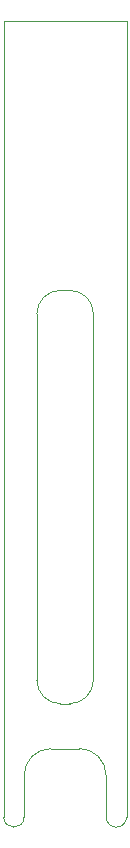
<source format=gbr>
%TF.GenerationSoftware,KiCad,Pcbnew,(6.0.7)*%
%TF.CreationDate,2022-10-02T22:03:49-05:00*%
%TF.ProjectId,OTG_PCB,4f54475f-5043-4422-9e6b-696361645f70,rev?*%
%TF.SameCoordinates,Original*%
%TF.FileFunction,Profile,NP*%
%FSLAX46Y46*%
G04 Gerber Fmt 4.6, Leading zero omitted, Abs format (unit mm)*
G04 Created by KiCad (PCBNEW (6.0.7)) date 2022-10-02 22:03:49*
%MOMM*%
%LPD*%
G01*
G04 APERTURE LIST*
%TA.AperFunction,Profile*%
%ADD10C,0.100000*%
%TD*%
G04 APERTURE END LIST*
D10*
X108642849Y-124393551D02*
G75*
G03*
X110642764Y-126393551I1999951J-49D01*
G01*
X105842764Y-75993551D02*
X105842764Y-124393551D01*
X116242764Y-124393551D02*
X116242764Y-135993551D01*
X113442749Y-93393551D02*
G75*
G03*
X111442764Y-91393551I-1999949J51D01*
G01*
X108642764Y-93393551D02*
X108642764Y-124393551D01*
X109842764Y-130193508D02*
G75*
G03*
X107565808Y-132470507I36J-2276992D01*
G01*
X109842764Y-130193551D02*
X112242764Y-130193551D01*
X116242764Y-75993551D02*
X116242764Y-124393551D01*
X105842764Y-68593551D02*
X105842764Y-75993551D01*
X114519720Y-135993551D02*
G75*
G03*
X116242764Y-135993551I861522J-1D01*
G01*
X113442764Y-124393551D02*
X113442764Y-93393551D01*
X110642764Y-91393464D02*
G75*
G03*
X108642764Y-93393551I36J-2000036D01*
G01*
X110642764Y-91393551D02*
X111442764Y-91393551D01*
X116242764Y-68593551D02*
X116242764Y-75993551D01*
X114519749Y-132470507D02*
G75*
G03*
X112242764Y-130193551I-2276949J7D01*
G01*
X114519720Y-132470507D02*
X114519719Y-135993551D01*
X105842764Y-68593551D02*
X116242764Y-68593551D01*
X105842764Y-135993551D02*
X105842764Y-124393551D01*
X107565809Y-135993551D02*
X107565808Y-132470507D01*
X110642764Y-126393551D02*
X111442764Y-126393551D01*
X105842763Y-135993551D02*
G75*
G03*
X107565809Y-135993551I861523J0D01*
G01*
X111442764Y-126393564D02*
G75*
G03*
X113442764Y-124393551I36J1999964D01*
G01*
M02*

</source>
